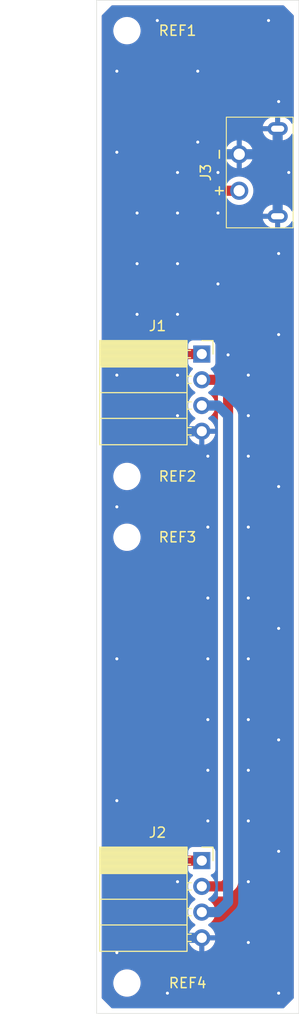
<source format=kicad_pcb>
(kicad_pcb (version 20240108) (generator "pcbnew") (generator_version "8.0")
  (layers (0 "F.Cu" signal) (31 "B.Cu" signal) (34 "B.Paste" user) (35 "F.Paste" user) (36 "B.SilkS" user "B.Silkscreen") (37 "F.SilkS" user "F.Silkscreen") (38 "B.Mask" user) (39 "F.Mask" user) (44 "Edge.Cuts" user))
  (net 0 "")
  (net 1 "GND")
  (net 2 "Net-(J1-Pin_1)")
  (net 3 "Net-(J1-Pin_2)")
  (net 4 "Net-(J1-Pin_3)")
  (footprint "MountingHole:MountingHole_2.2mm_M2_DIN965" (layer "F.Cu") (at 131 81)
    (property "Reference" "REF3" (at 5 0 0) (layer "F.SilkS"))
    (property "Value" "MountingHole_2.2mm_M2_DIN965")
    (pad "" np_thru_hole circle (at 0 0) (size 2.2 2.2) (drill 2.2) (layers "*.Cu" "*.Mask"))
  )
  (footprint "Connector_PinSocket_2.54mm:PinSocket_1x04_P2.54mm_Horizontal" (layer "F.Cu") (at 138.4 62.92)
    (property "Reference" "J1" (at -4.38 -2.77 0) (layer "F.SilkS"))
    (property "Value" "Conn_01x04_Socket")
    (fp_line (start -10.09 -1.33) (end -10.09 8.95) (stroke (width 0.12)) (layer "F.SilkS"))
    (fp_line (start -10.09 -1.33) (end -1.46 -1.33) (stroke (width 0.12)) (layer "F.SilkS"))
    (fp_line (start -10.09 -1.21) (end -1.46 -1.21) (stroke (width 0.12)) (layer "F.SilkS"))
    (fp_line (start -10.09 -1.091905) (end -1.46 -1.091905) (stroke (width 0.12)) (layer "F.SilkS"))
    (fp_line (start -10.09 -0.97381) (end -1.46 -0.97381) (stroke (width 0.12)) (layer "F.SilkS"))
    (fp_line (start -10.09 -0.855715) (end -1.46 -0.855715) (stroke (width 0.12)) (layer "F.SilkS"))
    (fp_line (start -10.09 -0.73762) (end -1.46 -0.73762) (stroke (width 0.12)) (layer "F.SilkS"))
    (fp_line (start -10.09 -0.619525) (end -1.46 -0.619525) (stroke (width 0.12)) (layer "F.SilkS"))
    (fp_line (start -10.09 -0.50143) (end -1.46 -0.50143) (stroke (width 0.12)) (layer "F.SilkS"))
    (fp_line (start -10.09 -0.383335) (end -1.46 -0.383335) (stroke (width 0.12)) (layer "F.SilkS"))
    (fp_line (start -10.09 -0.26524) (end -1.46 -0.26524) (stroke (width 0.12)) (layer "F.SilkS"))
    (fp_line (start -10.09 -0.147145) (end -1.46 -0.147145) (stroke (width 0.12)) (layer "F.SilkS"))
    (fp_line (start -10.09 -0.02905) (end -1.46 -0.02905) (stroke (width 0.12)) (layer "F.SilkS"))
    (fp_line (start -10.09 0.089045) (end -1.46 0.089045) (stroke (width 0.12)) (layer "F.SilkS"))
    (fp_line (start -10.09 0.20714) (end -1.46 0.20714) (stroke (width 0.12)) (layer "F.SilkS"))
    (fp_line (start -10.09 0.325235) (end -1.46 0.325235) (stroke (width 0.12)) (layer "F.SilkS"))
    (fp_line (start -10.09 0.44333) (end -1.46 0.44333) (stroke (width 0.12)) (layer "F.SilkS"))
    (fp_line (start -10.09 0.561425) (end -1.46 0.561425) (stroke (width 0.12)) (layer "F.SilkS"))
    (fp_line (start -10.09 0.67952) (end -1.46 0.67952) (stroke (width 0.12)) (layer "F.SilkS"))
    (fp_line (start -10.09 0.797615) (end -1.46 0.797615) (stroke (width 0.12)) (layer "F.SilkS"))
    (fp_line (start -10.09 0.91571) (end -1.46 0.91571) (stroke (width 0.12)) (layer "F.SilkS"))
    (fp_line (start -10.09 1.033805) (end -1.46 1.033805) (stroke (width 0.12)) (layer "F.SilkS"))
    (fp_line (start -10.09 1.1519) (end -1.46 1.1519) (stroke (width 0.12)) (layer "F.SilkS"))
    (fp_line (start -10.09 1.27) (end -1.46 1.27) (stroke (width 0.12)) (layer "F.SilkS"))
    (fp_line (start -10.09 3.81) (end -1.46 3.81) (stroke (width 0.12)) (layer "F.SilkS"))
    (fp_line (start -10.09 6.35) (end -1.46 6.35) (stroke (width 0.12)) (layer "F.SilkS"))
    (fp_line (start -10.09 8.95) (end -1.46 8.95) (stroke (width 0.12)) (layer "F.SilkS"))
    (fp_line (start -1.46 -1.33) (end -1.46 8.95) (stroke (width 0.12)) (layer "F.SilkS"))
    (fp_line (start -1.46 -0.36) (end -1.11 -0.36) (stroke (width 0.12)) (layer "F.SilkS"))
    (fp_line (start -1.46 0.36) (end -1.11 0.36) (stroke (width 0.12)) (layer "F.SilkS"))
    (fp_line (start -1.46 2.18) (end -1.05 2.18) (stroke (width 0.12)) (layer "F.SilkS"))
    (fp_line (start -1.46 2.9) (end -1.05 2.9) (stroke (width 0.12)) (layer "F.SilkS"))
    (fp_line (start -1.46 4.72) (end -1.05 4.72) (stroke (width 0.12)) (layer "F.SilkS"))
    (fp_line (start -1.46 5.44) (end -1.05 5.44) (stroke (width 0.12)) (layer "F.SilkS"))
    (fp_line (start -1.46 7.26) (end -1.05 7.26) (stroke (width 0.12)) (layer "F.SilkS"))
    (fp_line (start -1.46 7.98) (end -1.05 7.98) (stroke (width 0.12)) (layer "F.SilkS"))
    (fp_line (start 0 -1.33) (end 1.11 -1.33) (stroke (width 0.12)) (layer "F.SilkS"))
    (fp_line (start 1.11 -1.33) (end 1.11 0) (stroke (width 0.12)) (layer "F.SilkS"))
    (pad "1" thru_hole rect (at 0 0) (size 1.7 1.7) (drill 1) (layers "*.Cu" "*.Mask") (net 2 "Net-(J1-Pin_1)"))
    (pad "2" thru_hole oval (at 0 2.54) (size 1.7 1.7) (drill 1) (layers "*.Cu" "*.Mask") (net 3 "Net-(J1-Pin_2)"))
    (pad "3" thru_hole oval (at 0 5.08) (size 1.7 1.7) (drill 1) (layers "*.Cu" "*.Mask") (net 4 "Net-(J1-Pin_3)"))
    (pad "4" thru_hole oval (at 0 7.62) (size 1.7 1.7) (drill 1) (layers "*.Cu" "*.Mask") (net 1 "GND"))
  )
  (footprint "A295-CTRPB-1:A295-CTRPB-1" (layer "F.Cu") (at 144 45 90)
    (property "Reference" "J3" (at 0 -5.207 90) (layer "F.SilkS"))
    (property "Value" "A295-CTRPB-1")
    (fp_rect (start -5.461 -3.175) (end 5.461 3.429) (stroke (width 0.1)) (fill none) (layer "F.SilkS"))
    (fp_text user "+" (at -1.8 -3.937 90) (layer "F.SilkS"))
    (fp_text user "-" (at 1.8 -3.937 90) (layer "F.SilkS"))
    (pad "1" thru_hole oval (at -1.8 -1.9 90) (size 1.8 1.8) (drill 1.12) (layers "*.Cu" "*.Mask") (net 2 "Net-(J1-Pin_1)"))
    (pad "2" thru_hole oval (at 1.8 -1.9 90) (size 1.8 1.8) (drill 1.12) (layers "*.Cu" "*.Mask") (net 1 "GND"))
    (pad "3" thru_hole oval (at -4.32 1.9 90) (size 1.3 2) (drill oval 0.6 1.3) (layers "*.Cu" "*.Mask") (net 1 "GND"))
    (pad "3" thru_hole oval (at 4.32 1.9 90) (size 1.3 2) (drill oval 0.6 1.3) (layers "*.Cu" "*.Mask") (net 1 "GND"))
  )
  (footprint "MountingHole:MountingHole_2.2mm_M2" (layer "F.Cu") (at 131 125)
    (property "Reference" "REF4" (at 6 0 0) (layer "F.SilkS"))
    (property "Value" "MountingHole_2.2mm_M2")
    (pad "" np_thru_hole circle (at 0 0) (size 2.2 2.2) (drill 2.2) (layers "*.Cu" "*.Mask"))
  )
  (footprint "MountingHole:MountingHole_2.2mm_M2_DIN965" (layer "F.Cu") (at 131 31)
    (property "Reference" "REF1" (at 5 0 0) (layer "F.SilkS"))
    (property "Value" "MountingHole_2.2mm_M2_DIN965")
    (pad "" np_thru_hole circle (at 0 0) (size 2.2 2.2) (drill 2.2) (layers "*.Cu" "*.Mask"))
  )
  (footprint "Connector_PinSocket_2.54mm:PinSocket_1x04_P2.54mm_Horizontal" (layer "F.Cu") (at 138.4 112.92)
    (property "Reference" "J2" (at -4.38 -2.77 0) (layer "F.SilkS"))
    (property "Value" "Conn_01x04_Socket")
    (fp_line (start -10.09 -1.33) (end -10.09 8.95) (stroke (width 0.12)) (layer "F.SilkS"))
    (fp_line (start -10.09 -1.33) (end -1.46 -1.33) (stroke (width 0.12)) (layer "F.SilkS"))
    (fp_line (start -10.09 -1.21) (end -1.46 -1.21) (stroke (width 0.12)) (layer "F.SilkS"))
    (fp_line (start -10.09 -1.091905) (end -1.46 -1.091905) (stroke (width 0.12)) (layer "F.SilkS"))
    (fp_line (start -10.09 -0.97381) (end -1.46 -0.97381) (stroke (width 0.12)) (layer "F.SilkS"))
    (fp_line (start -10.09 -0.855715) (end -1.46 -0.855715) (stroke (width 0.12)) (layer "F.SilkS"))
    (fp_line (start -10.09 -0.73762) (end -1.46 -0.73762) (stroke (width 0.12)) (layer "F.SilkS"))
    (fp_line (start -10.09 -0.619525) (end -1.46 -0.619525) (stroke (width 0.12)) (layer "F.SilkS"))
    (fp_line (start -10.09 -0.50143) (end -1.46 -0.50143) (stroke (width 0.12)) (layer "F.SilkS"))
    (fp_line (start -10.09 -0.383335) (end -1.46 -0.383335) (stroke (width 0.12)) (layer "F.SilkS"))
    (fp_line (start -10.09 -0.26524) (end -1.46 -0.26524) (stroke (width 0.12)) (layer "F.SilkS"))
    (fp_line (start -10.09 -0.147145) (end -1.46 -0.147145) (stroke (width 0.12)) (layer "F.SilkS"))
    (fp_line (start -10.09 -0.02905) (end -1.46 -0.02905) (stroke (width 0.12)) (layer "F.SilkS"))
    (fp_line (start -10.09 0.089045) (end -1.46 0.089045) (stroke (width 0.12)) (layer "F.SilkS"))
    (fp_line (start -10.09 0.20714) (end -1.46 0.20714) (stroke (width 0.12)) (layer "F.SilkS"))
    (fp_line (start -10.09 0.325235) (end -1.46 0.325235) (stroke (width 0.12)) (layer "F.SilkS"))
    (fp_line (start -10.09 0.44333) (end -1.46 0.44333) (stroke (width 0.12)) (layer "F.SilkS"))
    (fp_line (start -10.09 0.561425) (end -1.46 0.561425) (stroke (width 0.12)) (layer "F.SilkS"))
    (fp_line (start -10.09 0.67952) (end -1.46 0.67952) (stroke (width 0.12)) (layer "F.SilkS"))
    (fp_line (start -10.09 0.797615) (end -1.46 0.797615) (stroke (width 0.12)) (layer "F.SilkS"))
    (fp_line (start -10.09 0.91571) (end -1.46 0.91571) (stroke (width 0.12)) (layer "F.SilkS"))
    (fp_line (start -10.09 1.033805) (end -1.46 1.033805) (stroke (width 0.12)) (layer "F.SilkS"))
    (fp_line (start -10.09 1.1519) (end -1.46 1.1519) (stroke (width 0.12)) (layer "F.SilkS"))
    (fp_line (start -10.09 1.27) (end -1.46 1.27) (stroke (width 0.12)) (layer "F.SilkS"))
    (fp_line (start -10.09 3.81) (end -1.46 3.81) (stroke (width 0.12)) (layer "F.SilkS"))
    (fp_line (start -10.09 6.35) (end -1.46 6.35) (stroke (width 0.12)) (layer "F.SilkS"))
    (fp_line (start -10.09 8.95) (end -1.46 8.95) (stroke (width 0.12)) (layer "F.SilkS"))
    (fp_line (start -1.46 -1.33) (end -1.46 8.95) (stroke (width 0.12)) (layer "F.SilkS"))
    (fp_line (start -1.46 -0.36) (end -1.11 -0.36) (stroke (width 0.12)) (layer "F.SilkS"))
    (fp_line (start -1.46 0.36) (end -1.11 0.36) (stroke (width 0.12)) (layer "F.SilkS"))
    (fp_line (start -1.46 2.18) (end -1.05 2.18) (stroke (width 0.12)) (layer "F.SilkS"))
    (fp_line (start -1.46 2.9) (end -1.05 2.9) (stroke (width 0.12)) (layer "F.SilkS"))
    (fp_line (start -1.46 4.72) (end -1.05 4.72) (stroke (width 0.12)) (layer "F.SilkS"))
    (fp_line (start -1.46 5.44) (end -1.05 5.44) (stroke (width 0.12)) (layer "F.SilkS"))
    (fp_line (start -1.46 7.26) (end -1.05 7.26) (stroke (width 0.12)) (layer "F.SilkS"))
    (fp_line (start -1.46 7.98) (end -1.05 7.98) (stroke (width 0.12)) (layer "F.SilkS"))
    (fp_line (start 0 -1.33) (end 1.11 -1.33) (stroke (width 0.12)) (layer "F.SilkS"))
    (fp_line (start 1.11 -1.33) (end 1.11 0) (stroke (width 0.12)) (layer "F.SilkS"))
    (pad "1" thru_hole rect (at 0 0) (size 1.7 1.7) (drill 1) (layers "*.Cu" "*.Mask") (net 2 "Net-(J1-Pin_1)"))
    (pad "2" thru_hole oval (at 0 2.54) (size 1.7 1.7) (drill 1) (layers "*.Cu" "*.Mask") (net 3 "Net-(J1-Pin_2)"))
    (pad "3" thru_hole oval (at 0 5.08) (size 1.7 1.7) (drill 1) (layers "*.Cu" "*.Mask") (net 4 "Net-(J1-Pin_3)"))
    (pad "4" thru_hole oval (at 0 7.62) (size 1.7 1.7) (drill 1) (layers "*.Cu" "*.Mask") (net 1 "GND"))
  )
  (footprint "MountingHole:MountingHole_2.2mm_M2_DIN965" (layer "F.Cu") (at 131 75)
    (property "Reference" "REF2" (at 5 0 0) (layer "F.SilkS"))
    (property "Value" "MountingHole_2.2mm_M2_DIN965")
    (pad "" np_thru_hole circle (at 0 0) (size 2.2 2.2) (drill 2.2) (layers "*.Cu" "*.Mask"))
  )
  (gr_rect (start 128 28) (end 148 128) (stroke (width 0.05)) (fill none) (layer "Edge.Cuts"))
  (via (at 138 35) (size 0.6) (drill 0.3) (layers "F.Cu" "B.Cu") (net 1))
  (via (at 140 45) (size 0.6) (drill 0.3) (layers "F.Cu" "B.Cu") (net 1))
  (via (at 146 101) (size 0.6) (drill 0.3) (layers "F.Cu" "B.Cu") (net 1))
  (via (at 143 99) (size 0.6) (drill 0.3) (layers "F.Cu" "B.Cu") (net 1))
  (via (at 145 30) (size 0.6) (drill 0.3) (layers "F.Cu" "B.Cu") (net 1))
  (via (at 140 56) (size 0.6) (drill 0.3) (layers "F.Cu" "B.Cu") (net 1))
  (via (at 136 115) (size 0.6) (drill 0.3) (layers "F.Cu" "B.Cu") (net 1))
  (via (at 143 109) (size 0.6) (drill 0.3) (layers "F.Cu" "B.Cu") (net 1))
  (via (at 130 93) (size 0.6) (drill 0.3) (layers "F.Cu" "B.Cu") (net 1))
  (via (at 135 126) (size 0.6) (drill 0.3) (layers "F.Cu" "B.Cu") (net 1))
  (via (at 130 43) (size 0.6) (drill 0.3) (layers "F.Cu" "B.Cu") (net 1))
  (via (at 130 107) (size 0.6) (drill 0.3) (layers "F.Cu" "B.Cu") (net 1))
  (via (at 139 99) (size 0.6) (drill 0.3) (layers "F.Cu" "B.Cu") (net 1))
  (via (at 143 73) (size 0.6) (drill 0.3) (layers "F.Cu" "B.Cu") (net 1))
  (via (at 143 80) (size 0.6) (drill 0.3) (layers "F.Cu" "B.Cu") (net 1))
  (via (at 146 61) (size 0.6) (drill 0.3) (layers "F.Cu" "B.Cu") (net 1))
  (via (at 134 30) (size 0.6) (drill 0.3) (layers "F.Cu" "B.Cu") (net 1))
  (via (at 146 53) (size 0.6) (drill 0.3) (layers "F.Cu" "B.Cu") (net 1))
  (via (at 130 122) (size 0.6) (drill 0.3) (layers "F.Cu" "B.Cu") (net 1))
  (via (at 130 65) (size 0.6) (drill 0.3) (layers "F.Cu" "B.Cu") (net 1))
  (via (at 143 104) (size 0.6) (drill 0.3) (layers "F.Cu" "B.Cu") (net 1))
  (via (at 146 126) (size 0.6) (drill 0.3) (layers "F.Cu" "B.Cu") (net 1))
  (via (at 139 104) (size 0.6) (drill 0.3) (layers "F.Cu" "B.Cu") (net 1))
  (via (at 141 63) (size 0.6) (drill 0.3) (layers "F.Cu" "B.Cu") (net 1))
  (via (at 139 73) (size 0.6) (drill 0.3) (layers "F.Cu" "B.Cu") (net 1))
  (via (at 146 38) (size 0.6) (drill 0.3) (layers "F.Cu" "B.Cu") (net 1))
  (via (at 130 78) (size 0.6) (drill 0.3) (layers "F.Cu" "B.Cu") (net 1))
  (via (at 143 121) (size 0.6) (drill 0.3) (layers "F.Cu" "B.Cu") (net 1))
  (via (at 139 109) (size 0.6) (drill 0.3) (layers "F.Cu" "B.Cu") (net 1))
  (via (at 136 49) (size 0.6) (drill 0.3) (layers "F.Cu" "B.Cu") (net 1))
  (via (at 143 65) (size 0.6) (drill 0.3) (layers "F.Cu" "B.Cu") (net 1))
  (via (at 143 69) (size 0.6) (drill 0.3) (layers "F.Cu" "B.Cu") (net 1))
  (via (at 132 54) (size 0.6) (drill 0.3) (layers "F.Cu" "B.Cu") (net 1))
  (via (at 139 87) (size 0.6) (drill 0.3) (layers "F.Cu" "B.Cu") (net 1))
  (via (at 132 49) (size 0.6) (drill 0.3) (layers "F.Cu" "B.Cu") (net 1))
  (via (at 132 59) (size 0.6) (drill 0.3) (layers "F.Cu" "B.Cu") (net 1))
  (via (at 147 45) (size 0.6) (drill 0.3) (layers "F.Cu" "B.Cu") (net 1))
  (via (at 146 90) (size 0.6) (drill 0.3) (layers "F.Cu" "B.Cu") (net 1))
  (via (at 143 93) (size 0.6) (drill 0.3) (layers "F.Cu" "B.Cu") (net 1))
  (via (at 143 115) (size 0.6) (drill 0.3) (layers "F.Cu" "B.Cu") (net 1))
  (via (at 136 45) (size 0.6) (drill 0.3) (layers "F.Cu" "B.Cu") (net 1))
  (via (at 136 59) (size 0.6) (drill 0.3) (layers "F.Cu" "B.Cu") (net 1))
  (via (at 143 87) (size 0.6) (drill 0.3) (layers "F.Cu" "B.Cu") (net 1))
  (via (at 130 35) (size 0.6) (drill 0.3) (layers "F.Cu" "B.Cu") (net 1))
  (via (at 136 65) (size 0.6) (drill 0.3) (layers "F.Cu" "B.Cu") (net 1))
  (via (at 139 93) (size 0.6) (drill 0.3) (layers "F.Cu" "B.Cu") (net 1))
  (via (at 146 76) (size 0.6) (drill 0.3) (layers "F.Cu" "B.Cu") (net 1))
  (via (at 140 49) (size 0.6) (drill 0.3) (layers "F.Cu" "B.Cu") (net 1))
  (via (at 136 54) (size 0.6) (drill 0.3) (layers "F.Cu" "B.Cu") (net 1))
  (via (at 138 42) (size 0.6) (drill 0.3) (layers "F.Cu" "B.Cu") (net 1))
  (via (at 139 80) (size 0.6) (drill 0.3) (layers "F.Cu" "B.Cu") (net 1))
  (via (at 146 112) (size 0.6) (drill 0.3) (layers "F.Cu" "B.Cu") (net 1))
  (via (at 136 69) (size 0.6) (drill 0.3) (layers "F.Cu" "B.Cu") (net 1))
  (segment (start 142.1 43.2) (end 134.8 43.2) (width 1) (layer "B.Cu") (net 1))
  (segment (start 142.1 43.2) (end 145.7 43.2) (width 1) (layer "B.Cu") (net 1))
  (segment (start 145.9 43) (end 145.9 49.32) (width 1) (layer "B.Cu") (net 1))
  (segment (start 145.7 43.2) (end 145.9 43) (width 1) (layer "B.Cu") (net 1))
  (segment (start 145.9 40.68) (end 145.9 43) (width 1) (layer "B.Cu") (net 1))
  (segment (start 134 70) (end 134.54 70.54) (width 1) (layer "B.Cu") (net 1))
  (segment (start 134.8 43.2) (end 134 44) (width 1) (layer "B.Cu") (net 1))
  (segment (start 134 44) (end 134 70) (width 1) (layer "B.Cu") (net 1))
  (segment (start 134.54 70.54) (end 138.4 70.54) (width 1) (layer "B.Cu") (net 1))
  (segment (start 134 120) (end 134.54 120.54) (width 1) (layer "B.Cu") (net 1))
  (segment (start 134 70) (end 134 120) (width 1) (layer "B.Cu") (net 1))
  (segment (start 134.54 120.54) (end 138.4 120.54) (width 1) (layer "B.Cu") (net 1))
  (segment (start 142.1 46.8) (end 135.2 46.8) (width 1) (layer "F.Cu") (net 2))
  (segment (start 134.92 112.92) (end 138.4 112.92) (width 1) (layer "F.Cu") (net 2))
  (segment (start 134 62) (end 134.92 62.92) (width 1) (layer "F.Cu") (net 2))
  (segment (start 134 48) (end 134 62) (width 1) (layer "F.Cu") (net 2))
  (segment (start 135.2 46.8) (end 134 48) (width 1) (layer "F.Cu") (net 2))
  (segment (start 134 112) (end 134.92 112.92) (width 1) (layer "F.Cu") (net 2))
  (segment (start 134.92 62.92) (end 138.4 62.92) (width 1) (layer "F.Cu") (net 2))
  (segment (start 134 62) (end 134 112) (width 1) (layer "F.Cu") (net 2))
  (segment (start 140.54 115.46) (end 138.4 115.46) (width 1) (layer "F.Cu") (net 3))
  (segment (start 141 115) (end 140.54 115.46) (width 1) (layer "F.Cu") (net 3))
  (segment (start 138.4 65.46) (end 140.46 65.46) (width 1) (layer "F.Cu") (net 3))
  (segment (start 140.46 65.46) (end 141 66) (width 1) (layer "F.Cu") (net 3))
  (segment (start 141 66) (end 141 115) (width 1) (layer "F.Cu") (net 3))
  (segment (start 138.4 68) (end 140 68) (width 1) (layer "B.Cu") (net 4))
  (segment (start 140 118) (end 138.4 118) (width 1) (layer "B.Cu") (net 4))
  (segment (start 140 68) (end 141 69) (width 1) (layer "B.Cu") (net 4))
  (segment (start 141 117) (end 140 118) (width 1) (layer "B.Cu") (net 4))
  (segment (start 141 69) (end 141 117) (width 1) (layer "B.Cu") (net 4))
  (zone (net 1) (net_name "GND") (layers "F&B.Cu") (connect_pads (clearance 0.5)) (min_thickness 0.25) (fill yes (thermal_gap 0.5) (thermal_bridge_width 0.5) (smoothing chamfer) (radius 2))
    (polygon (pts (xy 128 128) (xy 128 28) (xy 148 28) (xy 148 128)))
  )
)
</source>
